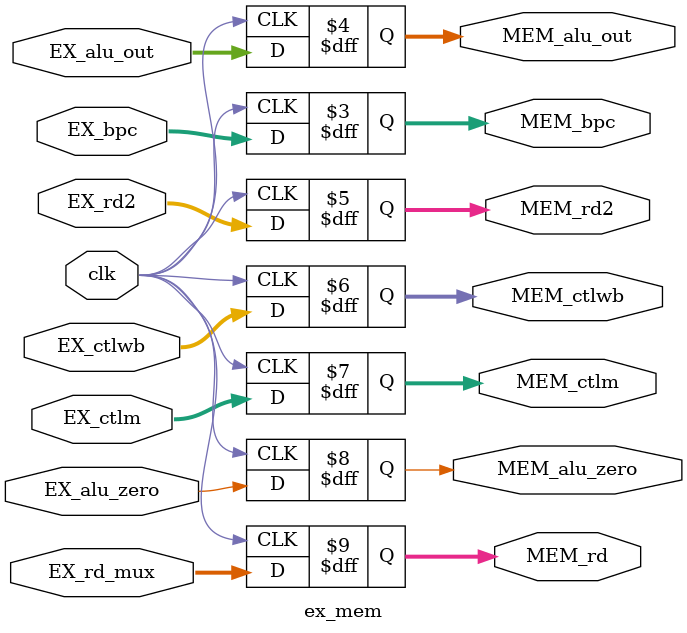
<source format=v>
`ifndef _ex_mem_
`define _ex_mem_
`endif

module ex_mem(clk,
            EX_bpc, EX_alu_out, EX_rd2, EX_ctlwb, EX_ctlm, EX_alu_zero, EX_rd_mux,
            MEM_bpc, MEM_alu_out, MEM_rd2, MEM_ctlwb, MEM_ctlm, MEM_alu_zero, MEM_rd
            );
  input wire clk;          
            
  input wire [31:0] EX_bpc, EX_alu_out, EX_rd2;
  input wire [1:0] EX_ctlwb;
  input wire [2:0] EX_ctlm;
  input wire EX_alu_zero;
  input wire [4:0] EX_rd_mux;
  
  output reg [31:0] MEM_bpc, MEM_alu_out, MEM_rd2;
  output reg [1:0] MEM_ctlwb;
  output reg [2:0] MEM_ctlm;
  output reg MEM_alu_zero;
  output reg [4:0] MEM_rd;
  
  initial begin
    MEM_bpc <=0;
    MEM_alu_out <= 0;
    MEM_rd2 <= 0;
    MEM_ctlwb <= 0;
    MEM_ctlm <= 0;
    MEM_alu_zero <= 0;
    MEM_rd <= 0;
  end
  
  always @(posedge clk) begin
    MEM_bpc      <= EX_bpc;
    MEM_alu_out  <= EX_alu_out;
    MEM_rd2      <= EX_rd2;
    MEM_ctlwb    <= EX_ctlwb;
    MEM_ctlm     <= EX_ctlm;
    MEM_alu_zero <= EX_alu_zero;
    MEM_rd       <= EX_rd_mux;
  end

endmodule
</source>
